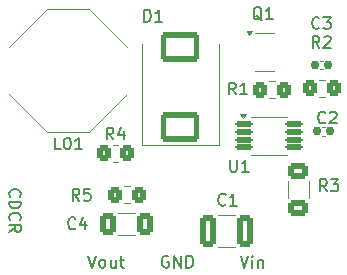
<source format=gto>
G04 #@! TF.GenerationSoftware,KiCad,Pcbnew,9.0.4*
G04 #@! TF.CreationDate,2025-08-28T22:57:06-04:00*
G04 #@! TF.ProjectId,PowerSupply,506f7765-7253-4757-9070-6c792e6b6963,rev?*
G04 #@! TF.SameCoordinates,Original*
G04 #@! TF.FileFunction,Legend,Top*
G04 #@! TF.FilePolarity,Positive*
%FSLAX46Y46*%
G04 Gerber Fmt 4.6, Leading zero omitted, Abs format (unit mm)*
G04 Created by KiCad (PCBNEW 9.0.4) date 2025-08-28 22:57:06*
%MOMM*%
%LPD*%
G01*
G04 APERTURE LIST*
G04 Aperture macros list*
%AMRoundRect*
0 Rectangle with rounded corners*
0 $1 Rounding radius*
0 $2 $3 $4 $5 $6 $7 $8 $9 X,Y pos of 4 corners*
0 Add a 4 corners polygon primitive as box body*
4,1,4,$2,$3,$4,$5,$6,$7,$8,$9,$2,$3,0*
0 Add four circle primitives for the rounded corners*
1,1,$1+$1,$2,$3*
1,1,$1+$1,$4,$5*
1,1,$1+$1,$6,$7*
1,1,$1+$1,$8,$9*
0 Add four rect primitives between the rounded corners*
20,1,$1+$1,$2,$3,$4,$5,0*
20,1,$1+$1,$4,$5,$6,$7,0*
20,1,$1+$1,$6,$7,$8,$9,0*
20,1,$1+$1,$8,$9,$2,$3,0*%
G04 Aperture macros list end*
%ADD10C,0.153000*%
%ADD11C,0.120000*%
%ADD12C,0.000000*%
%ADD13RoundRect,0.250000X1.400000X1.000000X-1.400000X1.000000X-1.400000X-1.000000X1.400000X-1.000000X0*%
%ADD14RoundRect,0.250000X-0.412500X-0.650000X0.412500X-0.650000X0.412500X0.650000X-0.412500X0.650000X0*%
%ADD15RoundRect,0.250000X-0.350000X-0.450000X0.350000X-0.450000X0.350000X0.450000X-0.350000X0.450000X0*%
%ADD16RoundRect,0.250000X0.625000X-0.400000X0.625000X0.400000X-0.625000X0.400000X-0.625000X-0.400000X0*%
%ADD17RoundRect,0.155000X0.212500X0.155000X-0.212500X0.155000X-0.212500X-0.155000X0.212500X-0.155000X0*%
%ADD18RoundRect,0.125000X-0.600000X-0.125000X0.600000X-0.125000X0.600000X0.125000X-0.600000X0.125000X0*%
%ADD19R,1.570000X1.890000*%
%ADD20R,0.700000X0.510000*%
%ADD21RoundRect,0.250000X0.350000X0.450000X-0.350000X0.450000X-0.350000X-0.450000X0.350000X-0.450000X0*%
%ADD22RoundRect,0.250000X0.412500X1.100000X-0.412500X1.100000X-0.412500X-1.100000X0.412500X-1.100000X0*%
%ADD23RoundRect,0.155000X-0.212500X-0.155000X0.212500X-0.155000X0.212500X0.155000X-0.212500X0.155000X0*%
%ADD24R,1.800000X3.600000*%
G04 APERTURE END LIST*
D10*
X81105575Y-87650180D02*
X81057956Y-87602561D01*
X81057956Y-87602561D02*
X81010336Y-87459704D01*
X81010336Y-87459704D02*
X81010336Y-87364466D01*
X81010336Y-87364466D02*
X81057956Y-87221609D01*
X81057956Y-87221609D02*
X81153194Y-87126371D01*
X81153194Y-87126371D02*
X81248432Y-87078752D01*
X81248432Y-87078752D02*
X81438908Y-87031133D01*
X81438908Y-87031133D02*
X81581765Y-87031133D01*
X81581765Y-87031133D02*
X81772241Y-87078752D01*
X81772241Y-87078752D02*
X81867479Y-87126371D01*
X81867479Y-87126371D02*
X81962717Y-87221609D01*
X81962717Y-87221609D02*
X82010336Y-87364466D01*
X82010336Y-87364466D02*
X82010336Y-87459704D01*
X82010336Y-87459704D02*
X81962717Y-87602561D01*
X81962717Y-87602561D02*
X81915098Y-87650180D01*
X81010336Y-88078752D02*
X82010336Y-88078752D01*
X82010336Y-88078752D02*
X82010336Y-88316847D01*
X82010336Y-88316847D02*
X81962717Y-88459704D01*
X81962717Y-88459704D02*
X81867479Y-88554942D01*
X81867479Y-88554942D02*
X81772241Y-88602561D01*
X81772241Y-88602561D02*
X81581765Y-88650180D01*
X81581765Y-88650180D02*
X81438908Y-88650180D01*
X81438908Y-88650180D02*
X81248432Y-88602561D01*
X81248432Y-88602561D02*
X81153194Y-88554942D01*
X81153194Y-88554942D02*
X81057956Y-88459704D01*
X81057956Y-88459704D02*
X81010336Y-88316847D01*
X81010336Y-88316847D02*
X81010336Y-88078752D01*
X81105575Y-89650180D02*
X81057956Y-89602561D01*
X81057956Y-89602561D02*
X81010336Y-89459704D01*
X81010336Y-89459704D02*
X81010336Y-89364466D01*
X81010336Y-89364466D02*
X81057956Y-89221609D01*
X81057956Y-89221609D02*
X81153194Y-89126371D01*
X81153194Y-89126371D02*
X81248432Y-89078752D01*
X81248432Y-89078752D02*
X81438908Y-89031133D01*
X81438908Y-89031133D02*
X81581765Y-89031133D01*
X81581765Y-89031133D02*
X81772241Y-89078752D01*
X81772241Y-89078752D02*
X81867479Y-89126371D01*
X81867479Y-89126371D02*
X81962717Y-89221609D01*
X81962717Y-89221609D02*
X82010336Y-89364466D01*
X82010336Y-89364466D02*
X82010336Y-89459704D01*
X82010336Y-89459704D02*
X81962717Y-89602561D01*
X81962717Y-89602561D02*
X81915098Y-89650180D01*
X81010336Y-90650180D02*
X81486527Y-90316847D01*
X81010336Y-90078752D02*
X82010336Y-90078752D01*
X82010336Y-90078752D02*
X82010336Y-90459704D01*
X82010336Y-90459704D02*
X81962717Y-90554942D01*
X81962717Y-90554942D02*
X81915098Y-90602561D01*
X81915098Y-90602561D02*
X81819860Y-90650180D01*
X81819860Y-90650180D02*
X81677003Y-90650180D01*
X81677003Y-90650180D02*
X81581765Y-90602561D01*
X81581765Y-90602561D02*
X81534146Y-90554942D01*
X81534146Y-90554942D02*
X81486527Y-90459704D01*
X81486527Y-90459704D02*
X81486527Y-90078752D01*
X87685895Y-92659663D02*
X88019228Y-93659663D01*
X88019228Y-93659663D02*
X88352561Y-92659663D01*
X88828752Y-93659663D02*
X88733514Y-93612044D01*
X88733514Y-93612044D02*
X88685895Y-93564424D01*
X88685895Y-93564424D02*
X88638276Y-93469186D01*
X88638276Y-93469186D02*
X88638276Y-93183472D01*
X88638276Y-93183472D02*
X88685895Y-93088234D01*
X88685895Y-93088234D02*
X88733514Y-93040615D01*
X88733514Y-93040615D02*
X88828752Y-92992996D01*
X88828752Y-92992996D02*
X88971609Y-92992996D01*
X88971609Y-92992996D02*
X89066847Y-93040615D01*
X89066847Y-93040615D02*
X89114466Y-93088234D01*
X89114466Y-93088234D02*
X89162085Y-93183472D01*
X89162085Y-93183472D02*
X89162085Y-93469186D01*
X89162085Y-93469186D02*
X89114466Y-93564424D01*
X89114466Y-93564424D02*
X89066847Y-93612044D01*
X89066847Y-93612044D02*
X88971609Y-93659663D01*
X88971609Y-93659663D02*
X88828752Y-93659663D01*
X90019228Y-92992996D02*
X90019228Y-93659663D01*
X89590657Y-92992996D02*
X89590657Y-93516805D01*
X89590657Y-93516805D02*
X89638276Y-93612044D01*
X89638276Y-93612044D02*
X89733514Y-93659663D01*
X89733514Y-93659663D02*
X89876371Y-93659663D01*
X89876371Y-93659663D02*
X89971609Y-93612044D01*
X89971609Y-93612044D02*
X90019228Y-93564424D01*
X90352562Y-92992996D02*
X90733514Y-92992996D01*
X90495419Y-92659663D02*
X90495419Y-93516805D01*
X90495419Y-93516805D02*
X90543038Y-93612044D01*
X90543038Y-93612044D02*
X90638276Y-93659663D01*
X90638276Y-93659663D02*
X90733514Y-93659663D01*
X94492561Y-92707282D02*
X94397323Y-92659663D01*
X94397323Y-92659663D02*
X94254466Y-92659663D01*
X94254466Y-92659663D02*
X94111609Y-92707282D01*
X94111609Y-92707282D02*
X94016371Y-92802520D01*
X94016371Y-92802520D02*
X93968752Y-92897758D01*
X93968752Y-92897758D02*
X93921133Y-93088234D01*
X93921133Y-93088234D02*
X93921133Y-93231091D01*
X93921133Y-93231091D02*
X93968752Y-93421567D01*
X93968752Y-93421567D02*
X94016371Y-93516805D01*
X94016371Y-93516805D02*
X94111609Y-93612044D01*
X94111609Y-93612044D02*
X94254466Y-93659663D01*
X94254466Y-93659663D02*
X94349704Y-93659663D01*
X94349704Y-93659663D02*
X94492561Y-93612044D01*
X94492561Y-93612044D02*
X94540180Y-93564424D01*
X94540180Y-93564424D02*
X94540180Y-93231091D01*
X94540180Y-93231091D02*
X94349704Y-93231091D01*
X94968752Y-93659663D02*
X94968752Y-92659663D01*
X94968752Y-92659663D02*
X95540180Y-93659663D01*
X95540180Y-93659663D02*
X95540180Y-92659663D01*
X96016371Y-93659663D02*
X96016371Y-92659663D01*
X96016371Y-92659663D02*
X96254466Y-92659663D01*
X96254466Y-92659663D02*
X96397323Y-92707282D01*
X96397323Y-92707282D02*
X96492561Y-92802520D01*
X96492561Y-92802520D02*
X96540180Y-92897758D01*
X96540180Y-92897758D02*
X96587799Y-93088234D01*
X96587799Y-93088234D02*
X96587799Y-93231091D01*
X96587799Y-93231091D02*
X96540180Y-93421567D01*
X96540180Y-93421567D02*
X96492561Y-93516805D01*
X96492561Y-93516805D02*
X96397323Y-93612044D01*
X96397323Y-93612044D02*
X96254466Y-93659663D01*
X96254466Y-93659663D02*
X96016371Y-93659663D01*
X100595895Y-92659663D02*
X100929228Y-93659663D01*
X100929228Y-93659663D02*
X101262561Y-92659663D01*
X101595895Y-93659663D02*
X101595895Y-92992996D01*
X101595895Y-92659663D02*
X101548276Y-92707282D01*
X101548276Y-92707282D02*
X101595895Y-92754901D01*
X101595895Y-92754901D02*
X101643514Y-92707282D01*
X101643514Y-92707282D02*
X101595895Y-92659663D01*
X101595895Y-92659663D02*
X101595895Y-92754901D01*
X102072085Y-92992996D02*
X102072085Y-93659663D01*
X102072085Y-93088234D02*
X102119704Y-93040615D01*
X102119704Y-93040615D02*
X102214942Y-92992996D01*
X102214942Y-92992996D02*
X102357799Y-92992996D01*
X102357799Y-92992996D02*
X102453037Y-93040615D01*
X102453037Y-93040615D02*
X102500656Y-93135853D01*
X102500656Y-93135853D02*
X102500656Y-93659663D01*
X92441905Y-72834663D02*
X92441905Y-71834663D01*
X92441905Y-71834663D02*
X92680000Y-71834663D01*
X92680000Y-71834663D02*
X92822857Y-71882282D01*
X92822857Y-71882282D02*
X92918095Y-71977520D01*
X92918095Y-71977520D02*
X92965714Y-72072758D01*
X92965714Y-72072758D02*
X93013333Y-72263234D01*
X93013333Y-72263234D02*
X93013333Y-72406091D01*
X93013333Y-72406091D02*
X92965714Y-72596567D01*
X92965714Y-72596567D02*
X92918095Y-72691805D01*
X92918095Y-72691805D02*
X92822857Y-72787044D01*
X92822857Y-72787044D02*
X92680000Y-72834663D01*
X92680000Y-72834663D02*
X92441905Y-72834663D01*
X93965714Y-72834663D02*
X93394286Y-72834663D01*
X93680000Y-72834663D02*
X93680000Y-71834663D01*
X93680000Y-71834663D02*
X93584762Y-71977520D01*
X93584762Y-71977520D02*
X93489524Y-72072758D01*
X93489524Y-72072758D02*
X93394286Y-72120377D01*
X86613333Y-90319424D02*
X86565714Y-90367044D01*
X86565714Y-90367044D02*
X86422857Y-90414663D01*
X86422857Y-90414663D02*
X86327619Y-90414663D01*
X86327619Y-90414663D02*
X86184762Y-90367044D01*
X86184762Y-90367044D02*
X86089524Y-90271805D01*
X86089524Y-90271805D02*
X86041905Y-90176567D01*
X86041905Y-90176567D02*
X85994286Y-89986091D01*
X85994286Y-89986091D02*
X85994286Y-89843234D01*
X85994286Y-89843234D02*
X86041905Y-89652758D01*
X86041905Y-89652758D02*
X86089524Y-89557520D01*
X86089524Y-89557520D02*
X86184762Y-89462282D01*
X86184762Y-89462282D02*
X86327619Y-89414663D01*
X86327619Y-89414663D02*
X86422857Y-89414663D01*
X86422857Y-89414663D02*
X86565714Y-89462282D01*
X86565714Y-89462282D02*
X86613333Y-89509901D01*
X87470476Y-89747996D02*
X87470476Y-90414663D01*
X87232381Y-89367044D02*
X86994286Y-90081329D01*
X86994286Y-90081329D02*
X87613333Y-90081329D01*
X89833333Y-82804663D02*
X89500000Y-82328472D01*
X89261905Y-82804663D02*
X89261905Y-81804663D01*
X89261905Y-81804663D02*
X89642857Y-81804663D01*
X89642857Y-81804663D02*
X89738095Y-81852282D01*
X89738095Y-81852282D02*
X89785714Y-81899901D01*
X89785714Y-81899901D02*
X89833333Y-81995139D01*
X89833333Y-81995139D02*
X89833333Y-82137996D01*
X89833333Y-82137996D02*
X89785714Y-82233234D01*
X89785714Y-82233234D02*
X89738095Y-82280853D01*
X89738095Y-82280853D02*
X89642857Y-82328472D01*
X89642857Y-82328472D02*
X89261905Y-82328472D01*
X90690476Y-82137996D02*
X90690476Y-82804663D01*
X90452381Y-81757044D02*
X90214286Y-82471329D01*
X90214286Y-82471329D02*
X90833333Y-82471329D01*
X107913333Y-87194663D02*
X107580000Y-86718472D01*
X107341905Y-87194663D02*
X107341905Y-86194663D01*
X107341905Y-86194663D02*
X107722857Y-86194663D01*
X107722857Y-86194663D02*
X107818095Y-86242282D01*
X107818095Y-86242282D02*
X107865714Y-86289901D01*
X107865714Y-86289901D02*
X107913333Y-86385139D01*
X107913333Y-86385139D02*
X107913333Y-86527996D01*
X107913333Y-86527996D02*
X107865714Y-86623234D01*
X107865714Y-86623234D02*
X107818095Y-86670853D01*
X107818095Y-86670853D02*
X107722857Y-86718472D01*
X107722857Y-86718472D02*
X107341905Y-86718472D01*
X108246667Y-86194663D02*
X108865714Y-86194663D01*
X108865714Y-86194663D02*
X108532381Y-86575615D01*
X108532381Y-86575615D02*
X108675238Y-86575615D01*
X108675238Y-86575615D02*
X108770476Y-86623234D01*
X108770476Y-86623234D02*
X108818095Y-86670853D01*
X108818095Y-86670853D02*
X108865714Y-86766091D01*
X108865714Y-86766091D02*
X108865714Y-87004186D01*
X108865714Y-87004186D02*
X108818095Y-87099424D01*
X108818095Y-87099424D02*
X108770476Y-87147044D01*
X108770476Y-87147044D02*
X108675238Y-87194663D01*
X108675238Y-87194663D02*
X108389524Y-87194663D01*
X108389524Y-87194663D02*
X108294286Y-87147044D01*
X108294286Y-87147044D02*
X108246667Y-87099424D01*
X107283333Y-75054663D02*
X106950000Y-74578472D01*
X106711905Y-75054663D02*
X106711905Y-74054663D01*
X106711905Y-74054663D02*
X107092857Y-74054663D01*
X107092857Y-74054663D02*
X107188095Y-74102282D01*
X107188095Y-74102282D02*
X107235714Y-74149901D01*
X107235714Y-74149901D02*
X107283333Y-74245139D01*
X107283333Y-74245139D02*
X107283333Y-74387996D01*
X107283333Y-74387996D02*
X107235714Y-74483234D01*
X107235714Y-74483234D02*
X107188095Y-74530853D01*
X107188095Y-74530853D02*
X107092857Y-74578472D01*
X107092857Y-74578472D02*
X106711905Y-74578472D01*
X107664286Y-74149901D02*
X107711905Y-74102282D01*
X107711905Y-74102282D02*
X107807143Y-74054663D01*
X107807143Y-74054663D02*
X108045238Y-74054663D01*
X108045238Y-74054663D02*
X108140476Y-74102282D01*
X108140476Y-74102282D02*
X108188095Y-74149901D01*
X108188095Y-74149901D02*
X108235714Y-74245139D01*
X108235714Y-74245139D02*
X108235714Y-74340377D01*
X108235714Y-74340377D02*
X108188095Y-74483234D01*
X108188095Y-74483234D02*
X107616667Y-75054663D01*
X107616667Y-75054663D02*
X108235714Y-75054663D01*
X107783333Y-81359424D02*
X107735714Y-81407044D01*
X107735714Y-81407044D02*
X107592857Y-81454663D01*
X107592857Y-81454663D02*
X107497619Y-81454663D01*
X107497619Y-81454663D02*
X107354762Y-81407044D01*
X107354762Y-81407044D02*
X107259524Y-81311805D01*
X107259524Y-81311805D02*
X107211905Y-81216567D01*
X107211905Y-81216567D02*
X107164286Y-81026091D01*
X107164286Y-81026091D02*
X107164286Y-80883234D01*
X107164286Y-80883234D02*
X107211905Y-80692758D01*
X107211905Y-80692758D02*
X107259524Y-80597520D01*
X107259524Y-80597520D02*
X107354762Y-80502282D01*
X107354762Y-80502282D02*
X107497619Y-80454663D01*
X107497619Y-80454663D02*
X107592857Y-80454663D01*
X107592857Y-80454663D02*
X107735714Y-80502282D01*
X107735714Y-80502282D02*
X107783333Y-80549901D01*
X108164286Y-80549901D02*
X108211905Y-80502282D01*
X108211905Y-80502282D02*
X108307143Y-80454663D01*
X108307143Y-80454663D02*
X108545238Y-80454663D01*
X108545238Y-80454663D02*
X108640476Y-80502282D01*
X108640476Y-80502282D02*
X108688095Y-80549901D01*
X108688095Y-80549901D02*
X108735714Y-80645139D01*
X108735714Y-80645139D02*
X108735714Y-80740377D01*
X108735714Y-80740377D02*
X108688095Y-80883234D01*
X108688095Y-80883234D02*
X108116667Y-81454663D01*
X108116667Y-81454663D02*
X108735714Y-81454663D01*
X99708095Y-84544663D02*
X99708095Y-85354186D01*
X99708095Y-85354186D02*
X99755714Y-85449424D01*
X99755714Y-85449424D02*
X99803333Y-85497044D01*
X99803333Y-85497044D02*
X99898571Y-85544663D01*
X99898571Y-85544663D02*
X100089047Y-85544663D01*
X100089047Y-85544663D02*
X100184285Y-85497044D01*
X100184285Y-85497044D02*
X100231904Y-85449424D01*
X100231904Y-85449424D02*
X100279523Y-85354186D01*
X100279523Y-85354186D02*
X100279523Y-84544663D01*
X101279523Y-85544663D02*
X100708095Y-85544663D01*
X100993809Y-85544663D02*
X100993809Y-84544663D01*
X100993809Y-84544663D02*
X100898571Y-84687520D01*
X100898571Y-84687520D02*
X100803333Y-84782758D01*
X100803333Y-84782758D02*
X100708095Y-84830377D01*
X102414761Y-72729901D02*
X102319523Y-72682282D01*
X102319523Y-72682282D02*
X102224285Y-72587044D01*
X102224285Y-72587044D02*
X102081428Y-72444186D01*
X102081428Y-72444186D02*
X101986190Y-72396567D01*
X101986190Y-72396567D02*
X101890952Y-72396567D01*
X101938571Y-72634663D02*
X101843333Y-72587044D01*
X101843333Y-72587044D02*
X101748095Y-72491805D01*
X101748095Y-72491805D02*
X101700476Y-72301329D01*
X101700476Y-72301329D02*
X101700476Y-71967996D01*
X101700476Y-71967996D02*
X101748095Y-71777520D01*
X101748095Y-71777520D02*
X101843333Y-71682282D01*
X101843333Y-71682282D02*
X101938571Y-71634663D01*
X101938571Y-71634663D02*
X102129047Y-71634663D01*
X102129047Y-71634663D02*
X102224285Y-71682282D01*
X102224285Y-71682282D02*
X102319523Y-71777520D01*
X102319523Y-71777520D02*
X102367142Y-71967996D01*
X102367142Y-71967996D02*
X102367142Y-72301329D01*
X102367142Y-72301329D02*
X102319523Y-72491805D01*
X102319523Y-72491805D02*
X102224285Y-72587044D01*
X102224285Y-72587044D02*
X102129047Y-72634663D01*
X102129047Y-72634663D02*
X101938571Y-72634663D01*
X103319523Y-72634663D02*
X102748095Y-72634663D01*
X103033809Y-72634663D02*
X103033809Y-71634663D01*
X103033809Y-71634663D02*
X102938571Y-71777520D01*
X102938571Y-71777520D02*
X102843333Y-71872758D01*
X102843333Y-71872758D02*
X102748095Y-71920377D01*
X100213333Y-79004663D02*
X99880000Y-78528472D01*
X99641905Y-79004663D02*
X99641905Y-78004663D01*
X99641905Y-78004663D02*
X100022857Y-78004663D01*
X100022857Y-78004663D02*
X100118095Y-78052282D01*
X100118095Y-78052282D02*
X100165714Y-78099901D01*
X100165714Y-78099901D02*
X100213333Y-78195139D01*
X100213333Y-78195139D02*
X100213333Y-78337996D01*
X100213333Y-78337996D02*
X100165714Y-78433234D01*
X100165714Y-78433234D02*
X100118095Y-78480853D01*
X100118095Y-78480853D02*
X100022857Y-78528472D01*
X100022857Y-78528472D02*
X99641905Y-78528472D01*
X101165714Y-79004663D02*
X100594286Y-79004663D01*
X100880000Y-79004663D02*
X100880000Y-78004663D01*
X100880000Y-78004663D02*
X100784762Y-78147520D01*
X100784762Y-78147520D02*
X100689524Y-78242758D01*
X100689524Y-78242758D02*
X100594286Y-78290377D01*
X86943333Y-87994663D02*
X86610000Y-87518472D01*
X86371905Y-87994663D02*
X86371905Y-86994663D01*
X86371905Y-86994663D02*
X86752857Y-86994663D01*
X86752857Y-86994663D02*
X86848095Y-87042282D01*
X86848095Y-87042282D02*
X86895714Y-87089901D01*
X86895714Y-87089901D02*
X86943333Y-87185139D01*
X86943333Y-87185139D02*
X86943333Y-87327996D01*
X86943333Y-87327996D02*
X86895714Y-87423234D01*
X86895714Y-87423234D02*
X86848095Y-87470853D01*
X86848095Y-87470853D02*
X86752857Y-87518472D01*
X86752857Y-87518472D02*
X86371905Y-87518472D01*
X87848095Y-86994663D02*
X87371905Y-86994663D01*
X87371905Y-86994663D02*
X87324286Y-87470853D01*
X87324286Y-87470853D02*
X87371905Y-87423234D01*
X87371905Y-87423234D02*
X87467143Y-87375615D01*
X87467143Y-87375615D02*
X87705238Y-87375615D01*
X87705238Y-87375615D02*
X87800476Y-87423234D01*
X87800476Y-87423234D02*
X87848095Y-87470853D01*
X87848095Y-87470853D02*
X87895714Y-87566091D01*
X87895714Y-87566091D02*
X87895714Y-87804186D01*
X87895714Y-87804186D02*
X87848095Y-87899424D01*
X87848095Y-87899424D02*
X87800476Y-87947044D01*
X87800476Y-87947044D02*
X87705238Y-87994663D01*
X87705238Y-87994663D02*
X87467143Y-87994663D01*
X87467143Y-87994663D02*
X87371905Y-87947044D01*
X87371905Y-87947044D02*
X87324286Y-87899424D01*
X99333333Y-88319424D02*
X99285714Y-88367044D01*
X99285714Y-88367044D02*
X99142857Y-88414663D01*
X99142857Y-88414663D02*
X99047619Y-88414663D01*
X99047619Y-88414663D02*
X98904762Y-88367044D01*
X98904762Y-88367044D02*
X98809524Y-88271805D01*
X98809524Y-88271805D02*
X98761905Y-88176567D01*
X98761905Y-88176567D02*
X98714286Y-87986091D01*
X98714286Y-87986091D02*
X98714286Y-87843234D01*
X98714286Y-87843234D02*
X98761905Y-87652758D01*
X98761905Y-87652758D02*
X98809524Y-87557520D01*
X98809524Y-87557520D02*
X98904762Y-87462282D01*
X98904762Y-87462282D02*
X99047619Y-87414663D01*
X99047619Y-87414663D02*
X99142857Y-87414663D01*
X99142857Y-87414663D02*
X99285714Y-87462282D01*
X99285714Y-87462282D02*
X99333333Y-87509901D01*
X100285714Y-88414663D02*
X99714286Y-88414663D01*
X100000000Y-88414663D02*
X100000000Y-87414663D01*
X100000000Y-87414663D02*
X99904762Y-87557520D01*
X99904762Y-87557520D02*
X99809524Y-87652758D01*
X99809524Y-87652758D02*
X99714286Y-87700377D01*
X107283333Y-73359424D02*
X107235714Y-73407044D01*
X107235714Y-73407044D02*
X107092857Y-73454663D01*
X107092857Y-73454663D02*
X106997619Y-73454663D01*
X106997619Y-73454663D02*
X106854762Y-73407044D01*
X106854762Y-73407044D02*
X106759524Y-73311805D01*
X106759524Y-73311805D02*
X106711905Y-73216567D01*
X106711905Y-73216567D02*
X106664286Y-73026091D01*
X106664286Y-73026091D02*
X106664286Y-72883234D01*
X106664286Y-72883234D02*
X106711905Y-72692758D01*
X106711905Y-72692758D02*
X106759524Y-72597520D01*
X106759524Y-72597520D02*
X106854762Y-72502282D01*
X106854762Y-72502282D02*
X106997619Y-72454663D01*
X106997619Y-72454663D02*
X107092857Y-72454663D01*
X107092857Y-72454663D02*
X107235714Y-72502282D01*
X107235714Y-72502282D02*
X107283333Y-72549901D01*
X107616667Y-72454663D02*
X108235714Y-72454663D01*
X108235714Y-72454663D02*
X107902381Y-72835615D01*
X107902381Y-72835615D02*
X108045238Y-72835615D01*
X108045238Y-72835615D02*
X108140476Y-72883234D01*
X108140476Y-72883234D02*
X108188095Y-72930853D01*
X108188095Y-72930853D02*
X108235714Y-73026091D01*
X108235714Y-73026091D02*
X108235714Y-73264186D01*
X108235714Y-73264186D02*
X108188095Y-73359424D01*
X108188095Y-73359424D02*
X108140476Y-73407044D01*
X108140476Y-73407044D02*
X108045238Y-73454663D01*
X108045238Y-73454663D02*
X107759524Y-73454663D01*
X107759524Y-73454663D02*
X107664286Y-73407044D01*
X107664286Y-73407044D02*
X107616667Y-73359424D01*
X85357142Y-83654663D02*
X84880952Y-83654663D01*
X84880952Y-83654663D02*
X84880952Y-82654663D01*
X85880952Y-82654663D02*
X85976190Y-82654663D01*
X85976190Y-82654663D02*
X86071428Y-82702282D01*
X86071428Y-82702282D02*
X86119047Y-82749901D01*
X86119047Y-82749901D02*
X86166666Y-82845139D01*
X86166666Y-82845139D02*
X86214285Y-83035615D01*
X86214285Y-83035615D02*
X86214285Y-83273710D01*
X86214285Y-83273710D02*
X86166666Y-83464186D01*
X86166666Y-83464186D02*
X86119047Y-83559424D01*
X86119047Y-83559424D02*
X86071428Y-83607044D01*
X86071428Y-83607044D02*
X85976190Y-83654663D01*
X85976190Y-83654663D02*
X85880952Y-83654663D01*
X85880952Y-83654663D02*
X85785714Y-83607044D01*
X85785714Y-83607044D02*
X85738095Y-83559424D01*
X85738095Y-83559424D02*
X85690476Y-83464186D01*
X85690476Y-83464186D02*
X85642857Y-83273710D01*
X85642857Y-83273710D02*
X85642857Y-83035615D01*
X85642857Y-83035615D02*
X85690476Y-82845139D01*
X85690476Y-82845139D02*
X85738095Y-82749901D01*
X85738095Y-82749901D02*
X85785714Y-82702282D01*
X85785714Y-82702282D02*
X85880952Y-82654663D01*
X87166666Y-83654663D02*
X86595238Y-83654663D01*
X86880952Y-83654663D02*
X86880952Y-82654663D01*
X86880952Y-82654663D02*
X86785714Y-82797520D01*
X86785714Y-82797520D02*
X86690476Y-82892758D01*
X86690476Y-82892758D02*
X86595238Y-82940377D01*
D11*
X92250000Y-83260000D02*
X92250000Y-74750000D01*
X98750000Y-83260000D02*
X92250000Y-83260000D01*
X98750000Y-83260000D02*
X98750000Y-74750000D01*
X90226248Y-89070000D02*
X91648752Y-89070000D01*
X90226248Y-90890000D02*
X91648752Y-90890000D01*
X89772936Y-83265000D02*
X90227064Y-83265000D01*
X89772936Y-84735000D02*
X90227064Y-84735000D01*
X104590000Y-87777064D02*
X104590000Y-86322936D01*
X106410000Y-87777064D02*
X106410000Y-86322936D01*
X107272936Y-77765000D02*
X107727064Y-77765000D01*
X107272936Y-79235000D02*
X107727064Y-79235000D01*
X107738335Y-81780000D02*
X107506665Y-81780000D01*
X107738335Y-82500000D02*
X107506665Y-82500000D01*
X103000000Y-80890000D02*
X101500000Y-80890000D01*
X103000000Y-80890000D02*
X104500000Y-80890000D01*
X103000000Y-84110000D02*
X101500000Y-84110000D01*
X103000000Y-84110000D02*
X104500000Y-84110000D01*
X100812500Y-81015000D02*
X100572500Y-80685000D01*
X101052500Y-80685000D01*
X100812500Y-81015000D01*
G36*
X100812500Y-81015000D02*
G01*
X100572500Y-80685000D01*
X101052500Y-80685000D01*
X100812500Y-81015000D01*
G37*
X101800000Y-73800000D02*
X103400000Y-73800000D01*
X101800000Y-77000000D02*
X103400000Y-77000000D01*
X101350000Y-73950000D02*
X101110000Y-73620000D01*
X101590000Y-73620000D01*
X101350000Y-73950000D01*
G36*
X101350000Y-73950000D02*
G01*
X101110000Y-73620000D01*
X101590000Y-73620000D01*
X101350000Y-73950000D01*
G37*
X103477064Y-77865000D02*
X103022936Y-77865000D01*
X103477064Y-79335000D02*
X103022936Y-79335000D01*
X90772936Y-86765000D02*
X91227064Y-86765000D01*
X90772936Y-88235000D02*
X91227064Y-88235000D01*
X100123752Y-89220000D02*
X98701248Y-89220000D01*
X100123752Y-91940000D02*
X98701248Y-91940000D01*
X107316665Y-76140000D02*
X107548335Y-76140000D01*
X107316665Y-76860000D02*
X107548335Y-76860000D01*
X84200000Y-71800000D02*
X81000000Y-75000000D01*
X84200000Y-71800000D02*
X87800000Y-71800000D01*
X84200000Y-82200000D02*
X81000000Y-79000000D01*
X87800000Y-71800000D02*
X91000000Y-75000000D01*
X87800000Y-82200000D02*
X84200000Y-82200000D01*
X87800000Y-82200000D02*
X91000000Y-79000000D01*
%LPC*%
D12*
G36*
X89550000Y-96680000D02*
G01*
X87350000Y-96680000D01*
X87350000Y-93930000D01*
X89550000Y-93930000D01*
X89550000Y-96680000D01*
G37*
G36*
X102650000Y-96650000D02*
G01*
X100450000Y-96650000D01*
X100450000Y-93900000D01*
X102650000Y-93900000D01*
X102650000Y-96650000D01*
G37*
G36*
X98080000Y-96680000D02*
G01*
X95880000Y-96680000D01*
X95880000Y-93930000D01*
X98080000Y-93930000D01*
X98080000Y-96680000D01*
G37*
G36*
X94620000Y-96680000D02*
G01*
X92420000Y-96680000D01*
X92420000Y-93930000D01*
X94620000Y-93930000D01*
X94620000Y-96680000D01*
G37*
D13*
X95500000Y-81750000D03*
X95500000Y-74950000D03*
D14*
X89375000Y-89980000D03*
X92500000Y-89980000D03*
D15*
X89000000Y-84000000D03*
X91000000Y-84000000D03*
D16*
X105500000Y-88600000D03*
X105500000Y-85500000D03*
D15*
X106500000Y-78500000D03*
X108500000Y-78500000D03*
D17*
X108190000Y-82140000D03*
X107055000Y-82140000D03*
D18*
X100850000Y-81525000D03*
X100850000Y-82175000D03*
X100850000Y-82825000D03*
X100850000Y-83475000D03*
X105150000Y-83475000D03*
X105150000Y-82825000D03*
X105150000Y-82175000D03*
X105150000Y-81525000D03*
D19*
X103000000Y-82500000D03*
D20*
X101440000Y-74450000D03*
X101440000Y-75400000D03*
X101440000Y-76350000D03*
X103760000Y-76350000D03*
X103760000Y-75400000D03*
X103760000Y-74450000D03*
D21*
X104250000Y-78600000D03*
X102250000Y-78600000D03*
D15*
X90000000Y-87500000D03*
X92000000Y-87500000D03*
D22*
X100975000Y-90580000D03*
X97850000Y-90580000D03*
D23*
X106865000Y-76500000D03*
X108000000Y-76500000D03*
D24*
X90500000Y-77000000D03*
X81500000Y-77000000D03*
%LPD*%
M02*

</source>
